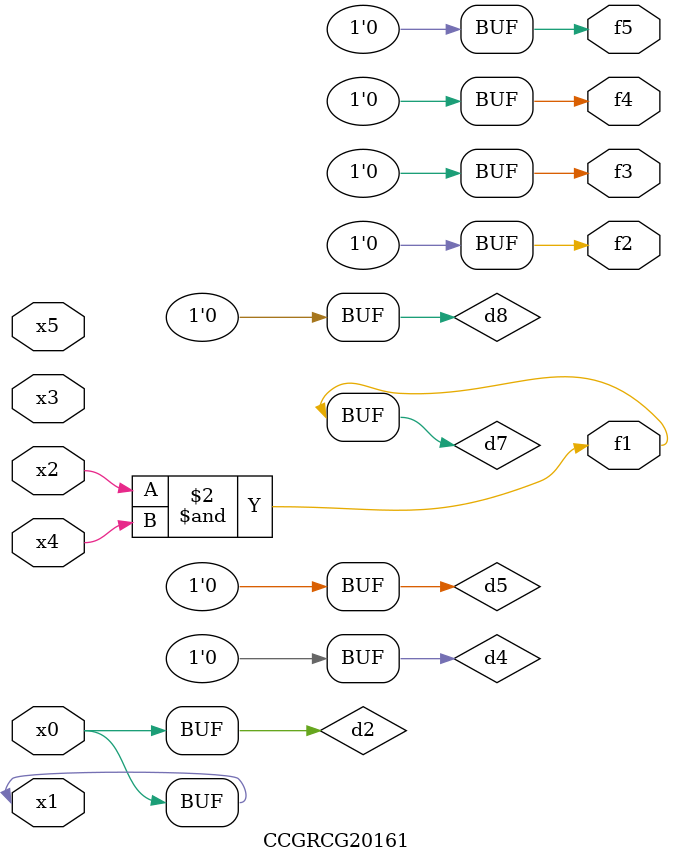
<source format=v>
module CCGRCG20161(
	input x0, x1, x2, x3, x4, x5,
	output f1, f2, f3, f4, f5
);

	wire d1, d2, d3, d4, d5, d6, d7, d8, d9;

	nand (d1, x1);
	buf (d2, x0, x1);
	nand (d3, x2, x4);
	and (d4, d1, d2);
	and (d5, d1, d2);
	nand (d6, d1, d3);
	not (d7, d3);
	xor (d8, d5);
	nor (d9, d5, d6);
	assign f1 = d7;
	assign f2 = d8;
	assign f3 = d8;
	assign f4 = d8;
	assign f5 = d8;
endmodule

</source>
